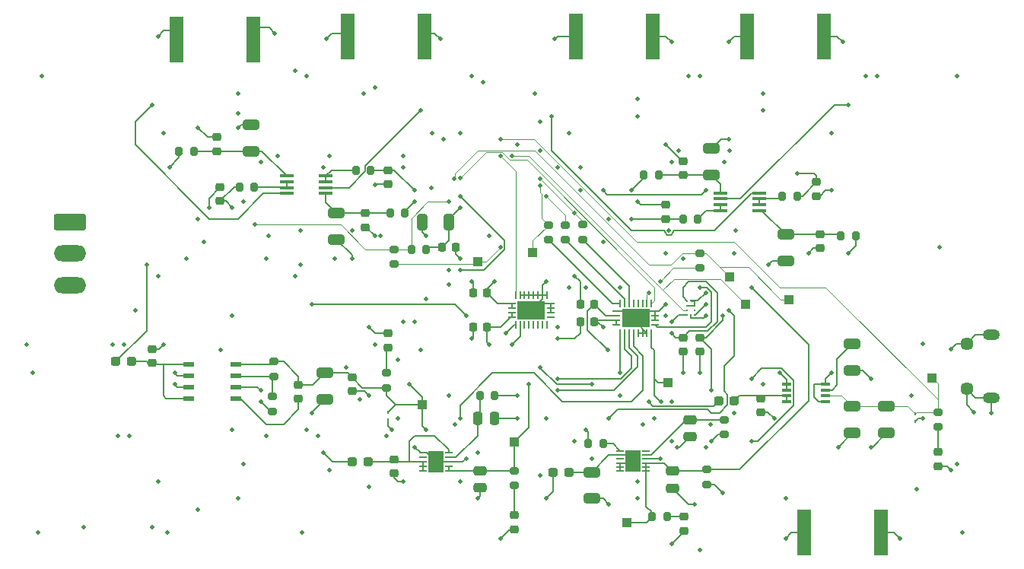
<source format=gbr>
%TF.GenerationSoftware,KiCad,Pcbnew,9.0.3*%
%TF.CreationDate,2025-08-10T07:11:57-04:00*%
%TF.ProjectId,NanoPulse,4e616e6f-5075-46c7-9365-2e6b69636164,Rev 1*%
%TF.SameCoordinates,Original*%
%TF.FileFunction,Copper,L4,Bot*%
%TF.FilePolarity,Positive*%
%FSLAX46Y46*%
G04 Gerber Fmt 4.6, Leading zero omitted, Abs format (unit mm)*
G04 Created by KiCad (PCBNEW 9.0.3) date 2025-08-10 07:11:57*
%MOMM*%
%LPD*%
G01*
G04 APERTURE LIST*
G04 Aperture macros list*
%AMRoundRect*
0 Rectangle with rounded corners*
0 $1 Rounding radius*
0 $2 $3 $4 $5 $6 $7 $8 $9 X,Y pos of 4 corners*
0 Add a 4 corners polygon primitive as box body*
4,1,4,$2,$3,$4,$5,$6,$7,$8,$9,$2,$3,0*
0 Add four circle primitives for the rounded corners*
1,1,$1+$1,$2,$3*
1,1,$1+$1,$4,$5*
1,1,$1+$1,$6,$7*
1,1,$1+$1,$8,$9*
0 Add four rect primitives between the rounded corners*
20,1,$1+$1,$2,$3,$4,$5,0*
20,1,$1+$1,$4,$5,$6,$7,0*
20,1,$1+$1,$6,$7,$8,$9,0*
20,1,$1+$1,$8,$9,$2,$3,0*%
G04 Aperture macros list end*
%TA.AperFunction,SMDPad,CuDef*%
%ADD10R,1.000000X1.000000*%
%TD*%
%TA.AperFunction,SMDPad,CuDef*%
%ADD11RoundRect,0.200000X0.200000X0.275000X-0.200000X0.275000X-0.200000X-0.275000X0.200000X-0.275000X0*%
%TD*%
%TA.AperFunction,SMDPad,CuDef*%
%ADD12RoundRect,0.200000X-0.200000X-0.275000X0.200000X-0.275000X0.200000X0.275000X-0.200000X0.275000X0*%
%TD*%
%TA.AperFunction,SMDPad,CuDef*%
%ADD13RoundRect,0.200000X0.275000X-0.200000X0.275000X0.200000X-0.275000X0.200000X-0.275000X-0.200000X0*%
%TD*%
%TA.AperFunction,SMDPad,CuDef*%
%ADD14RoundRect,0.237500X0.287500X0.237500X-0.287500X0.237500X-0.287500X-0.237500X0.287500X-0.237500X0*%
%TD*%
%TA.AperFunction,SMDPad,CuDef*%
%ADD15R,1.500000X5.080000*%
%TD*%
%TA.AperFunction,SMDPad,CuDef*%
%ADD16RoundRect,0.200000X-0.275000X0.200000X-0.275000X-0.200000X0.275000X-0.200000X0.275000X0.200000X0*%
%TD*%
%TA.AperFunction,SMDPad,CuDef*%
%ADD17R,3.098800X2.108200*%
%TD*%
%TA.AperFunction,SMDPad,CuDef*%
%ADD18R,0.812800X0.254000*%
%TD*%
%TA.AperFunction,SMDPad,CuDef*%
%ADD19R,0.254000X0.812800*%
%TD*%
%TA.AperFunction,ComponentPad*%
%ADD20RoundRect,0.250000X-1.550000X0.650000X-1.550000X-0.650000X1.550000X-0.650000X1.550000X0.650000X0*%
%TD*%
%TA.AperFunction,ComponentPad*%
%ADD21O,3.600000X1.800000*%
%TD*%
%TA.AperFunction,HeatsinkPad*%
%ADD22O,1.900000X1.200000*%
%TD*%
%TA.AperFunction,HeatsinkPad*%
%ADD23C,1.450000*%
%TD*%
%TA.AperFunction,SMDPad,CuDef*%
%ADD24R,1.092200X0.381000*%
%TD*%
%TA.AperFunction,SMDPad,CuDef*%
%ADD25RoundRect,0.250000X0.475000X-0.250000X0.475000X0.250000X-0.475000X0.250000X-0.475000X-0.250000X0*%
%TD*%
%TA.AperFunction,SMDPad,CuDef*%
%ADD26RoundRect,0.225000X0.225000X0.250000X-0.225000X0.250000X-0.225000X-0.250000X0.225000X-0.250000X0*%
%TD*%
%TA.AperFunction,SMDPad,CuDef*%
%ADD27RoundRect,0.225000X0.250000X-0.225000X0.250000X0.225000X-0.250000X0.225000X-0.250000X-0.225000X0*%
%TD*%
%TA.AperFunction,SMDPad,CuDef*%
%ADD28RoundRect,0.250000X-0.650000X0.325000X-0.650000X-0.325000X0.650000X-0.325000X0.650000X0.325000X0*%
%TD*%
%TA.AperFunction,SMDPad,CuDef*%
%ADD29RoundRect,0.225000X-0.250000X0.225000X-0.250000X-0.225000X0.250000X-0.225000X0.250000X0.225000X0*%
%TD*%
%TA.AperFunction,SMDPad,CuDef*%
%ADD30RoundRect,0.250000X-0.475000X0.250000X-0.475000X-0.250000X0.475000X-0.250000X0.475000X0.250000X0*%
%TD*%
%TA.AperFunction,SMDPad,CuDef*%
%ADD31RoundRect,0.250000X0.650000X-0.325000X0.650000X0.325000X-0.650000X0.325000X-0.650000X-0.325000X0*%
%TD*%
%TA.AperFunction,SMDPad,CuDef*%
%ADD32R,1.524000X0.431800*%
%TD*%
%TA.AperFunction,SMDPad,CuDef*%
%ADD33RoundRect,0.250000X0.250000X0.475000X-0.250000X0.475000X-0.250000X-0.475000X0.250000X-0.475000X0*%
%TD*%
%TA.AperFunction,SMDPad,CuDef*%
%ADD34RoundRect,0.062500X0.062500X-0.117500X0.062500X0.117500X-0.062500X0.117500X-0.062500X-0.117500X0*%
%TD*%
%TA.AperFunction,SMDPad,CuDef*%
%ADD35R,1.257300X0.482600*%
%TD*%
%TA.AperFunction,SMDPad,CuDef*%
%ADD36RoundRect,0.225000X-0.225000X-0.250000X0.225000X-0.250000X0.225000X0.250000X-0.225000X0.250000X0*%
%TD*%
%TA.AperFunction,SMDPad,CuDef*%
%ADD37R,0.812800X0.228600*%
%TD*%
%TA.AperFunction,SMDPad,CuDef*%
%ADD38R,1.752600X2.489200*%
%TD*%
%TA.AperFunction,SMDPad,CuDef*%
%ADD39RoundRect,0.218750X0.256250X-0.218750X0.256250X0.218750X-0.256250X0.218750X-0.256250X-0.218750X0*%
%TD*%
%TA.AperFunction,SMDPad,CuDef*%
%ADD40RoundRect,0.218750X-0.256250X0.218750X-0.256250X-0.218750X0.256250X-0.218750X0.256250X0.218750X0*%
%TD*%
%TA.AperFunction,SMDPad,CuDef*%
%ADD41RoundRect,0.250000X0.325000X0.650000X-0.325000X0.650000X-0.325000X-0.650000X0.325000X-0.650000X0*%
%TD*%
%TA.AperFunction,SMDPad,CuDef*%
%ADD42R,0.254000X0.203200*%
%TD*%
%TA.AperFunction,SMDPad,CuDef*%
%ADD43R,0.203200X0.254000*%
%TD*%
%TA.AperFunction,ViaPad*%
%ADD44C,0.500000*%
%TD*%
%TA.AperFunction,Conductor*%
%ADD45C,0.090000*%
%TD*%
%TA.AperFunction,Conductor*%
%ADD46C,0.200000*%
%TD*%
G04 APERTURE END LIST*
D10*
%TO.P,TP21,1,1*%
%TO.N,CNV_3.3*%
X158338759Y-99470045D03*
%TD*%
%TO.P,TP22,1,1*%
%TO.N,CNV*%
X171814564Y-90255463D03*
%TD*%
D11*
%TO.P,R77,1*%
%TO.N,Net-(U12A--VS)*%
X157325000Y-76405000D03*
%TO.P,R77,2*%
%TO.N,-5.4V*%
X155675000Y-76405000D03*
%TD*%
D12*
%TO.P,R76,1*%
%TO.N,Net-(U11A--VS)*%
X127461550Y-80660001D03*
%TO.P,R76,2*%
%TO.N,-5.4V*%
X129111550Y-80660001D03*
%TD*%
%TO.P,R75,1*%
%TO.N,Net-(U12A-+VS)*%
X177610000Y-83185000D03*
%TO.P,R75,2*%
%TO.N,+5.4V*%
X179260000Y-83185000D03*
%TD*%
D11*
%TO.P,R74,1*%
%TO.N,Net-(U11A-+VS)*%
X105616550Y-73730001D03*
%TO.P,R74,2*%
%TO.N,+5.4V*%
X103966550Y-73730001D03*
%TD*%
D13*
%TO.P,R73,1*%
%TO.N,Net-(U15-A6)*%
X161925000Y-86762112D03*
%TO.P,R73,2*%
%TO.N,CNV*%
X161925000Y-85112112D03*
%TD*%
D14*
%TO.P,FB2,2*%
%TO.N,+6V*%
X96915000Y-97155000D03*
%TO.P,FB2,1*%
%TO.N,Net-(U2-\u002ASHDN)*%
X98665000Y-97155000D03*
%TD*%
D15*
%TO.P,J5,2,Ext*%
%TO.N,GND*%
X173550000Y-116205000D03*
X182050000Y-116205000D03*
%TD*%
D11*
%TO.P,R38,2*%
%TO.N,Net-(U11A--IN1)*%
X123651550Y-75860001D03*
%TO.P,R38,1*%
%TO.N,/ADC Driver Stage - Final Buffer CH A/Filtered_IN+*%
X125301550Y-75860001D03*
%TD*%
D12*
%TO.P,R42,2*%
%TO.N,Net-(U12A--IN1)*%
X161670000Y-81280000D03*
%TO.P,R42,1*%
%TO.N,/ADC Driver Stage - Final Buffer CH B/Filtered_IN+*%
X160020000Y-81280000D03*
%TD*%
D16*
%TO.P,R68,2*%
%TO.N,Net-(U15-A0)*%
X145060000Y-83593177D03*
%TO.P,R68,1*%
%TO.N,MOSI*%
X145060000Y-81943177D03*
%TD*%
%TO.P,R69,2*%
%TO.N,Net-(U15-A1)*%
X146965000Y-83593177D03*
%TO.P,R69,1*%
%TO.N,{slash}CS*%
X146965000Y-81943177D03*
%TD*%
%TO.P,R70,2*%
%TO.N,Net-(U15-A2)*%
X148870000Y-83590000D03*
%TO.P,R70,1*%
%TO.N,SCK*%
X148870000Y-81940000D03*
%TD*%
D17*
%TO.P,U15,25,EPAD*%
%TO.N,GND*%
X154790000Y-92335000D03*
D18*
%TO.P,U15,24,VCCB*%
%TO.N,+3.3V*%
X152643700Y-92585000D03*
%TO.P,U15,23,VCCB*%
X152643700Y-93085001D03*
D19*
%TO.P,U15,22,\u002AOE*%
%TO.N,GND*%
X153040001Y-93986000D03*
%TO.P,U15,21,B0*%
%TO.N,MOSI_MCU*%
X153540000Y-93986000D03*
%TO.P,U15,20,B1*%
%TO.N,{slash}CS_MCU*%
X154039999Y-93986000D03*
%TO.P,U15,19,B2*%
%TO.N,SCK_MCU*%
X154540000Y-93986000D03*
%TO.P,U15,18,B3*%
%TO.N,GND*%
X155040000Y-93986000D03*
%TO.P,U15,17,B4*%
X155540001Y-93986000D03*
%TO.P,U15,16,B5*%
X156040000Y-93986000D03*
%TO.P,U15,15,B6*%
%TO.N,CNV_3.3*%
X156539999Y-93986000D03*
D18*
%TO.P,U15,14,B7*%
%TO.N,{slash}RESET_MCU*%
X156936300Y-93085001D03*
%TO.P,U15,13,GND*%
%TO.N,GND*%
X156936300Y-92585000D03*
%TO.P,U15,12,GND*%
X156936300Y-92085000D03*
%TO.P,U15,11,GND*%
X156936300Y-91584999D03*
D19*
%TO.P,U15,10,A7*%
%TO.N,{slash}RESET*%
X156539999Y-90684000D03*
%TO.P,U15,9,A6*%
%TO.N,Net-(U15-A6)*%
X156040000Y-90684000D03*
%TO.P,U15,8,A5*%
%TO.N,unconnected-(U15-A5-Pad8)*%
X155540001Y-90684000D03*
%TO.P,U15,7,A4*%
%TO.N,unconnected-(U15-A4-Pad7)*%
X155040000Y-90684000D03*
%TO.P,U15,6,A3*%
%TO.N,unconnected-(U15-A3-Pad6)*%
X154540000Y-90684000D03*
%TO.P,U15,5,A2*%
%TO.N,Net-(U15-A2)*%
X154039999Y-90684000D03*
%TO.P,U15,4,A1*%
%TO.N,Net-(U15-A1)*%
X153540000Y-90684000D03*
%TO.P,U15,3,A0*%
%TO.N,Net-(U15-A0)*%
X153040001Y-90684000D03*
D18*
%TO.P,U15,2,T/\u002AR*%
%TO.N,GND*%
X152643700Y-91584999D03*
%TO.P,U15,1,VCCA*%
%TO.N,+1.8V*%
X152643700Y-92085000D03*
%TD*%
D15*
%TO.P,J3,2,Ext*%
%TO.N,GND*%
X167200000Y-60960000D03*
X175700000Y-60960000D03*
%TD*%
%TO.P,J4,2,Ext*%
%TO.N,GND*%
X148150000Y-60960000D03*
X156650000Y-60960000D03*
%TD*%
%TO.P,J2,2,Ext*%
%TO.N,GND*%
X103700000Y-61312500D03*
X112200000Y-61312500D03*
%TD*%
D20*
%TO.P,J6,1,Pin_1*%
%TO.N,GND*%
X91832500Y-81645000D03*
D21*
%TO.P,J6,2,Pin_2*%
%TO.N,+6V*%
X91832500Y-85145000D03*
%TO.P,J6,3,Pin_3*%
%TO.N,-6V*%
X91832500Y-88645000D03*
%TD*%
D15*
%TO.P,J1,2,Ext*%
%TO.N,GND*%
X122750000Y-60960000D03*
X131250000Y-60960000D03*
%TD*%
D22*
%TO.P,J8,6,Shield*%
%TO.N,GND*%
X194310000Y-101210000D03*
D23*
X191610000Y-100210000D03*
X191610000Y-95210000D03*
D22*
X194310000Y-94210000D03*
%TD*%
D13*
%TO.P,R10,1*%
%TO.N,+3.3V*%
X127000000Y-100075000D03*
%TO.P,R10,2*%
%TO.N,Net-(D6-A)*%
X127000000Y-98425000D03*
%TD*%
D12*
%TO.P,R18,1*%
%TO.N,-5.4V*%
X156594167Y-114443009D03*
%TO.P,R18,2*%
%TO.N,Net-(D8-K)*%
X158244167Y-114443009D03*
%TD*%
D24*
%TO.P,U5,1,\u002ASHDN*%
%TO.N,Net-(U5-\u002ASHDN)*%
X171577000Y-101630000D03*
%TO.P,U5,2,VIN*%
X171577000Y-100980002D03*
%TO.P,U5,3,GND*%
%TO.N,GND*%
X171577000Y-100330000D03*
%TO.P,U5,4,GND*%
X171577000Y-99680002D03*
%TO.P,U5,5,GND*%
X175895000Y-99680002D03*
%TO.P,U5,6,VOUT_S*%
%TO.N,Net-(U5-VOUT_S)*%
X175895000Y-100330000D03*
%TO.P,U5,7,VOUT_F*%
%TO.N,REF_5V*%
X175895000Y-100980002D03*
%TO.P,U5,8,GND*%
%TO.N,GND*%
X175895000Y-101630000D03*
%TD*%
D16*
%TO.P,R14,1*%
%TO.N,Net-(U2-SENSE{slash}ADJ)*%
X114300000Y-101052432D03*
%TO.P,R14,2*%
%TO.N,GND*%
X114300000Y-102702432D03*
%TD*%
D25*
%TO.P,C23,1*%
%TO.N,GND*%
X137439400Y-111220002D03*
%TO.P,C23,2*%
%TO.N,+5V*%
X137439400Y-109320002D03*
%TD*%
D26*
%TO.P,C81,1*%
%TO.N,+1.8V*%
X138215000Y-89535000D03*
%TO.P,C81,2*%
%TO.N,GND*%
X136665000Y-89535000D03*
%TD*%
D27*
%TO.P,C57,1*%
%TO.N,/ADC Driver Stage - Final Buffer CH B/Filtered_IN+*%
X158115000Y-81280000D03*
%TO.P,C57,2*%
%TO.N,GND*%
X158115000Y-79730000D03*
%TD*%
D28*
%TO.P,C4,1*%
%TO.N,+3.3V*%
X120201736Y-98425000D03*
%TO.P,C4,2*%
%TO.N,GND*%
X120201736Y-101375000D03*
%TD*%
D18*
%TO.P,U17,1,VCCA*%
%TO.N,+1.8V*%
X141008700Y-91190000D03*
%TO.P,U17,2,T/\u002AR*%
X141008700Y-90689999D03*
D19*
%TO.P,U17,3,A0*%
%TO.N,MISO0*%
X141405001Y-89789000D03*
%TO.P,U17,4,A1*%
%TO.N,GND*%
X141905000Y-89789000D03*
%TO.P,U17,5,A2*%
X142404999Y-89789000D03*
%TO.P,U17,6,A3*%
X142905000Y-89789000D03*
%TO.P,U17,7,A4*%
X143405000Y-89789000D03*
%TO.P,U17,8,A5*%
X143905001Y-89789000D03*
%TO.P,U17,9,A6*%
X144405000Y-89789000D03*
%TO.P,U17,10,A7*%
X144904999Y-89789000D03*
D18*
%TO.P,U17,11,GND*%
X145301300Y-90689999D03*
%TO.P,U17,12,GND*%
X145301300Y-91190000D03*
%TO.P,U17,13,GND*%
X145301300Y-91690000D03*
%TO.P,U17,14,B7*%
%TO.N,unconnected-(U17-B7-Pad14)*%
X145301300Y-92190001D03*
D19*
%TO.P,U17,15,B6*%
%TO.N,unconnected-(U17-B6-Pad15)*%
X144904999Y-93091000D03*
%TO.P,U17,16,B5*%
%TO.N,unconnected-(U17-B5-Pad16)*%
X144405000Y-93091000D03*
%TO.P,U17,17,B4*%
%TO.N,unconnected-(U17-B4-Pad17)*%
X143905001Y-93091000D03*
%TO.P,U17,18,B3*%
%TO.N,unconnected-(U17-B3-Pad18)*%
X143405000Y-93091000D03*
%TO.P,U17,19,B2*%
%TO.N,unconnected-(U17-B2-Pad19)*%
X142905000Y-93091000D03*
%TO.P,U17,20,B1*%
%TO.N,unconnected-(U17-B1-Pad20)*%
X142404999Y-93091000D03*
%TO.P,U17,21,B0*%
%TO.N,MISO0_MCU*%
X141905000Y-93091000D03*
%TO.P,U17,22,\u002AOE*%
%TO.N,GND*%
X141405001Y-93091000D03*
D18*
%TO.P,U17,23,VCCB*%
%TO.N,+3.3V*%
X141008700Y-92190001D03*
%TO.P,U17,24,VCCB*%
X141008700Y-91690000D03*
D17*
%TO.P,U17,25,EPAD*%
%TO.N,GND*%
X143155000Y-91440000D03*
%TD*%
D29*
%TO.P,C78,1*%
%TO.N,+1.8V*%
X160020000Y-94475000D03*
%TO.P,C78,2*%
%TO.N,GND*%
X160020000Y-96025000D03*
%TD*%
%TO.P,C3,1*%
%TO.N,+3.3V*%
X123190000Y-98920000D03*
%TO.P,C3,2*%
%TO.N,GND*%
X123190000Y-100470000D03*
%TD*%
D28*
%TO.P,C24,1*%
%TO.N,REF_5V*%
X182678100Y-102172601D03*
%TO.P,C24,2*%
%TO.N,GND*%
X182678100Y-105122601D03*
%TD*%
D27*
%TO.P,C44,1*%
%TO.N,Net-(U11A-+VS)*%
X108156550Y-73730001D03*
%TO.P,C44,2*%
%TO.N,GND*%
X108156550Y-72180001D03*
%TD*%
D16*
%TO.P,R17,1*%
%TO.N,-5.4V*%
X162689167Y-109173009D03*
%TO.P,R17,2*%
%TO.N,GND*%
X162689167Y-110823009D03*
%TD*%
D30*
%TO.P,C12,1*%
%TO.N,Net-(U3-SET)*%
X160784167Y-103653009D03*
%TO.P,C12,2*%
%TO.N,GND*%
X160784167Y-105553009D03*
%TD*%
D31*
%TO.P,C47,1*%
%TO.N,Net-(U11A-+VS)*%
X111966550Y-73730001D03*
%TO.P,C47,2*%
%TO.N,GND*%
X111966550Y-70780001D03*
%TD*%
D32*
%TO.P,U12,1,OUT1*%
%TO.N,Net-(U12A--IN1)*%
X164198300Y-80349999D03*
%TO.P,U12,2,-IN1*%
X164198300Y-79700001D03*
%TO.P,U12,3,+IN1*%
%TO.N,Net-(U12A-+IN1)*%
X164198300Y-79049999D03*
%TO.P,U12,4,-VS*%
%TO.N,Net-(U12A--VS)*%
X164198300Y-78400001D03*
%TO.P,U12,5,+IN2*%
%TO.N,Net-(U12B-+IN2)*%
X168541700Y-78400001D03*
%TO.P,U12,6,-IN2*%
%TO.N,Net-(U12B--IN2)*%
X168541700Y-79049999D03*
%TO.P,U12,7,OUT2*%
X168541700Y-79700001D03*
%TO.P,U12,8,+VS*%
%TO.N,Net-(U12A-+VS)*%
X168541700Y-80349999D03*
%TD*%
D28*
%TO.P,C20,1*%
%TO.N,Net-(U5-VOUT_S)*%
X178868100Y-95187601D03*
%TO.P,C20,2*%
%TO.N,GND*%
X178868100Y-98137601D03*
%TD*%
D29*
%TO.P,C6,1*%
%TO.N,+3.3V*%
X117216736Y-99772568D03*
%TO.P,C6,2*%
%TO.N,Net-(U2-BYP)*%
X117216736Y-101322568D03*
%TD*%
D26*
%TO.P,C80,1*%
%TO.N,+3.3V*%
X150140000Y-92710000D03*
%TO.P,C80,2*%
%TO.N,GND*%
X148590000Y-92710000D03*
%TD*%
D16*
%TO.P,R16,1*%
%TO.N,Net-(U3-SET)*%
X164594167Y-103648009D03*
%TO.P,R16,2*%
%TO.N,GND*%
X164594167Y-105298009D03*
%TD*%
D26*
%TO.P,C77,1*%
%TO.N,+1.8V*%
X150140000Y-90805000D03*
%TO.P,C77,2*%
%TO.N,GND*%
X148590000Y-90805000D03*
%TD*%
D33*
%TO.P,C22,1*%
%TO.N,GND*%
X139065000Y-103505000D03*
%TO.P,C22,2*%
%TO.N,Net-(U6-SET)*%
X137165000Y-103505000D03*
%TD*%
D14*
%TO.P,FB5,1*%
%TO.N,Net-(U6-EN{slash}UV)*%
X124979400Y-108325002D03*
%TO.P,FB5,2*%
%TO.N,+6V*%
X123229400Y-108325002D03*
%TD*%
D29*
%TO.P,C52,1*%
%TO.N,Net-(U12A-+VS)*%
X175260001Y-82980000D03*
%TO.P,C52,2*%
%TO.N,GND*%
X175260001Y-84530000D03*
%TD*%
D34*
%TO.P,D7,1,A1*%
%TO.N,+3.3V*%
X127186736Y-102807568D03*
%TO.P,D7,2,A2*%
%TO.N,GND*%
X127186736Y-103647568D03*
%TD*%
D35*
%TO.P,U2,1,OUT*%
%TO.N,+3.3V*%
X110265286Y-97447868D03*
%TO.P,U2,2,SENSE/ADJ*%
%TO.N,Net-(U2-SENSE{slash}ADJ)*%
X110265286Y-98717868D03*
%TO.P,U2,3,GND*%
%TO.N,GND*%
X110265286Y-99987868D03*
%TO.P,U2,4,BYP*%
%TO.N,Net-(U2-BYP)*%
X110265286Y-101257868D03*
%TO.P,U2,5,\u002ASHDN*%
%TO.N,Net-(U2-\u002ASHDN)*%
X105020186Y-101257868D03*
%TO.P,U2,6,GND*%
%TO.N,GND*%
X105020186Y-99987868D03*
%TO.P,U2,7,GND*%
X105020186Y-98717868D03*
%TO.P,U2,8,IN*%
%TO.N,Net-(U2-\u002ASHDN)*%
X105020186Y-97447868D03*
%TD*%
D11*
%TO.P,R15,1*%
%TO.N,Net-(U3-ILIM)*%
X151154169Y-106293007D03*
%TO.P,R15,2*%
%TO.N,GND*%
X149504169Y-106293007D03*
%TD*%
D36*
%TO.P,C42,1*%
%TO.N,Net-(U10B-REFIN)*%
X133210000Y-84455000D03*
%TO.P,C42,2*%
%TO.N,GND*%
X134760000Y-84455000D03*
%TD*%
D37*
%TO.P,U3,1,IN*%
%TO.N,Net-(U3-EN{slash}UV)*%
X153059169Y-109363009D03*
%TO.P,U3,2,IN*%
X153059169Y-108913007D03*
%TO.P,U3,3,EN/UV*%
X153059169Y-108463008D03*
%TO.P,U3,4,PG*%
%TO.N,unconnected-(U3-PG-Pad4)*%
X153059169Y-108013006D03*
%TO.P,U3,5,PGFB*%
%TO.N,Net-(U3-EN{slash}UV)*%
X153059169Y-107563007D03*
%TO.P,U3,6,ILIM*%
%TO.N,Net-(U3-ILIM)*%
X153059169Y-107113008D03*
%TO.P,U3,7,VIOC*%
%TO.N,unconnected-(U3-VIOC-Pad7)*%
X155954769Y-107113005D03*
%TO.P,U3,8,SET*%
%TO.N,Net-(U3-SET)*%
X155954769Y-107563007D03*
%TO.P,U3,9,GND*%
%TO.N,GND*%
X155954769Y-108013006D03*
%TO.P,U3,10,OUTS*%
%TO.N,-5.4V*%
X155954769Y-108463008D03*
%TO.P,U3,11,OUT*%
X155954769Y-108913007D03*
%TO.P,U3,12,OUT*%
X155954769Y-109363006D03*
D38*
%TO.P,U3,13,IN*%
%TO.N,Net-(U3-EN{slash}UV)*%
X154506969Y-108238007D03*
%TD*%
D29*
%TO.P,C46,1*%
%TO.N,Net-(U11A--VS)*%
X124666550Y-80660001D03*
%TO.P,C46,2*%
%TO.N,GND*%
X124666550Y-82210001D03*
%TD*%
D28*
%TO.P,C55,1*%
%TO.N,Net-(U12A-+VS)*%
X171450000Y-82980000D03*
%TO.P,C55,2*%
%TO.N,GND*%
X171450000Y-85930000D03*
%TD*%
D16*
%TO.P,R22,1*%
%TO.N,REF_5V*%
X188393100Y-102807601D03*
%TO.P,R22,2*%
%TO.N,Net-(D12-A)*%
X188393100Y-104457601D03*
%TD*%
D39*
%TO.P,D11,1,K*%
%TO.N,GND*%
X141249400Y-115817502D03*
%TO.P,D11,2,A*%
%TO.N,Net-(D11-A)*%
X141249400Y-114242502D03*
%TD*%
D40*
%TO.P,D8,1,K*%
%TO.N,Net-(D8-K)*%
X160149167Y-114443009D03*
%TO.P,D8,2,A*%
%TO.N,GND*%
X160149167Y-116018009D03*
%TD*%
D16*
%TO.P,R35,1*%
%TO.N,REF_5V*%
X127887004Y-84662257D03*
%TO.P,R35,2*%
%TO.N,REF*%
X127887004Y-86312257D03*
%TD*%
D10*
%TO.P,TP6,1,1*%
%TO.N,REF_5V*%
X187758100Y-98997601D03*
%TD*%
D16*
%TO.P,R21,1*%
%TO.N,+5V*%
X141249400Y-109315002D03*
%TO.P,R21,2*%
%TO.N,Net-(D11-A)*%
X141249400Y-110965002D03*
%TD*%
D18*
%TO.P,U6,1,IN*%
%TO.N,Net-(U6-EN{slash}UV)*%
X131089400Y-109315002D03*
%TO.P,U6,2,IN*%
X131089400Y-108815000D03*
%TO.P,U6,3,EN/UV*%
X131089400Y-108315001D03*
%TO.P,U6,4,PG*%
%TO.N,unconnected-(U6-PG-Pad4)*%
X131089400Y-107815002D03*
%TO.P,U6,5,ILIM*%
%TO.N,GND*%
X131089400Y-107315000D03*
%TO.P,U6,6,PGFB*%
%TO.N,Net-(U6-EN{slash}UV)*%
X133985000Y-107315000D03*
%TO.P,U6,7,SET*%
%TO.N,Net-(U6-SET)*%
X133985000Y-107815002D03*
%TO.P,U6,8,GND*%
%TO.N,GND*%
X133985000Y-108315001D03*
%TO.P,U6,9,OUTS*%
%TO.N,+5V*%
X133985000Y-108815000D03*
%TO.P,U6,10,OUT*%
X133985000Y-109315002D03*
D38*
%TO.P,U6,11,GND*%
%TO.N,GND*%
X132537200Y-108315001D03*
%TD*%
D34*
%TO.P,D10,1,A1*%
%TO.N,REF_5V*%
X185853100Y-103022601D03*
%TO.P,D10,2,A2*%
%TO.N,GND*%
X185853100Y-103862601D03*
%TD*%
D16*
%TO.P,R13,1*%
%TO.N,+3.3V*%
X114486736Y-97155000D03*
%TO.P,R13,2*%
%TO.N,Net-(U2-SENSE{slash}ADJ)*%
X114486736Y-98805000D03*
%TD*%
D32*
%TO.P,U11,1,OUT1*%
%TO.N,Net-(U11A--IN1)*%
X120281700Y-76495001D03*
%TO.P,U11,2,-IN1*%
X120281700Y-77144999D03*
%TO.P,U11,3,+IN1*%
%TO.N,Net-(U11A-+IN1)*%
X120281700Y-77795001D03*
%TO.P,U11,4,-VS*%
%TO.N,Net-(U11A--VS)*%
X120281700Y-78444999D03*
%TO.P,U11,5,+IN2*%
%TO.N,Net-(U11B-+IN2)*%
X115938300Y-78444999D03*
%TO.P,U11,6,-IN2*%
%TO.N,Net-(U11B--IN2)*%
X115938300Y-77795001D03*
%TO.P,U11,7,OUT2*%
X115938300Y-77144999D03*
%TO.P,U11,8,+VS*%
%TO.N,Net-(U11A-+VS)*%
X115938300Y-76495001D03*
%TD*%
D30*
%TO.P,C15,1*%
%TO.N,-5.4V*%
X158879167Y-109368009D03*
%TO.P,C15,2*%
%TO.N,GND*%
X158879167Y-111268009D03*
%TD*%
D27*
%TO.P,C54,1*%
%TO.N,Net-(U12A--VS)*%
X160020000Y-76405000D03*
%TO.P,C54,2*%
%TO.N,GND*%
X160020000Y-74855000D03*
%TD*%
D28*
%TO.P,C9,1*%
%TO.N,Net-(U3-EN{slash}UV)*%
X149884169Y-109468007D03*
%TO.P,C9,2*%
%TO.N,GND*%
X149884169Y-112418007D03*
%TD*%
D10*
%TO.P,TP2,1,1*%
%TO.N,+3.3V*%
X130996736Y-101957568D03*
%TD*%
D41*
%TO.P,C41,1*%
%TO.N,Net-(U10B-REFIN)*%
X133968418Y-81605083D03*
%TO.P,C41,2*%
%TO.N,GND*%
X131018418Y-81605083D03*
%TD*%
D11*
%TO.P,R34,1*%
%TO.N,Net-(U10B-REFIN)*%
X131470954Y-84700588D03*
%TO.P,R34,2*%
%TO.N,REF_5V*%
X129820954Y-84700588D03*
%TD*%
D28*
%TO.P,C48,1*%
%TO.N,Net-(U11A--VS)*%
X121491550Y-80660001D03*
%TO.P,C48,2*%
%TO.N,GND*%
X121491550Y-83610001D03*
%TD*%
D29*
%TO.P,C18,1*%
%TO.N,Net-(U6-EN{slash}UV)*%
X127914400Y-108045002D03*
%TO.P,C18,2*%
%TO.N,GND*%
X127914400Y-109595002D03*
%TD*%
D11*
%TO.P,R20,1*%
%TO.N,GND*%
X139070000Y-100965000D03*
%TO.P,R20,2*%
%TO.N,Net-(U6-SET)*%
X137420000Y-100965000D03*
%TD*%
D14*
%TO.P,FB6,1*%
%TO.N,Net-(U5-\u002ASHDN)*%
X165773100Y-101537601D03*
%TO.P,FB6,2*%
%TO.N,+6V*%
X164023100Y-101537601D03*
%TD*%
D10*
%TO.P,TP12,1,1*%
%TO.N,BUSY*%
X167005000Y-90805000D03*
%TD*%
D27*
%TO.P,C50,1*%
%TO.N,/ADC Driver Stage - Final Buffer CH A/Filtered_IN-*%
X108536550Y-79315001D03*
%TO.P,C50,2*%
%TO.N,GND*%
X108536550Y-77765001D03*
%TD*%
D10*
%TO.P,TP14,1,1*%
%TO.N,CNV*%
X165262348Y-87757394D03*
%TD*%
D29*
%TO.P,C79,1*%
%TO.N,+3.3V*%
X161925000Y-94475000D03*
%TO.P,C79,2*%
%TO.N,GND*%
X161925000Y-96025000D03*
%TD*%
D10*
%TO.P,TP13,1,1*%
%TO.N,MOSI*%
X143331991Y-84999042D03*
%TD*%
%TO.P,TP5,1,1*%
%TO.N,+5V*%
X141249400Y-106140002D03*
%TD*%
D27*
%TO.P,C8,1*%
%TO.N,Net-(U2-\u002ASHDN)*%
X100965000Y-97295000D03*
%TO.P,C8,2*%
%TO.N,GND*%
X100965000Y-95745000D03*
%TD*%
D31*
%TO.P,C56,1*%
%TO.N,Net-(U12A--VS)*%
X163195000Y-76405000D03*
%TO.P,C56,2*%
%TO.N,GND*%
X163195000Y-73455000D03*
%TD*%
D28*
%TO.P,C21,1*%
%TO.N,REF_5V*%
X178868100Y-102172601D03*
%TO.P,C21,2*%
%TO.N,GND*%
X178868100Y-105122601D03*
%TD*%
D10*
%TO.P,TP3,1,1*%
%TO.N,-5.4V*%
X153799167Y-115078009D03*
%TD*%
%TO.P,TP16,1,1*%
%TO.N,REF*%
X137178868Y-86045770D03*
%TD*%
D40*
%TO.P,D6,1,K*%
%TO.N,GND*%
X127186736Y-94032568D03*
%TO.P,D6,2,A*%
%TO.N,Net-(D6-A)*%
X127186736Y-95607568D03*
%TD*%
D14*
%TO.P,FB4,1*%
%TO.N,Net-(U3-EN{slash}UV)*%
X147344169Y-109468007D03*
%TO.P,FB4,2*%
%TO.N,-6V*%
X145594169Y-109468007D03*
%TD*%
D29*
%TO.P,C58,1*%
%TO.N,/ADC Driver Stage - Final Buffer CH B/Filtered_IN-*%
X174880000Y-77190000D03*
%TO.P,C58,2*%
%TO.N,GND*%
X174880000Y-78740000D03*
%TD*%
D42*
%TO.P,U16,1,VCCA*%
%TO.N,+1.8V*%
X160525602Y-91940001D03*
%TO.P,U16,2,A0*%
%TO.N,BUSY*%
X160525602Y-91440000D03*
%TO.P,U16,3,A1*%
%TO.N,GND*%
X160525602Y-90940000D03*
%TO.P,U16,4,T/\u002AR*%
%TO.N,+1.8V*%
X160525602Y-90439999D03*
D43*
%TO.P,U16,5,GND*%
%TO.N,GND*%
X160907801Y-90382801D03*
D42*
%TO.P,U16,6,GND*%
X161290000Y-90439999D03*
%TO.P,U16,7,\u002AOE*%
X161290000Y-90940000D03*
%TO.P,U16,8,B1*%
%TO.N,unconnected-(U16-B1-Pad8)*%
X161290000Y-91440000D03*
%TO.P,U16,9,B0*%
%TO.N,BUSY_MCU*%
X161290000Y-91940001D03*
D43*
%TO.P,U16,10,VCCB*%
%TO.N,+3.3V*%
X160907801Y-91997199D03*
%TD*%
D39*
%TO.P,D12,1,K*%
%TO.N,GND*%
X188393100Y-108827601D03*
%TO.P,D12,2,A*%
%TO.N,Net-(D12-A)*%
X188393100Y-107252601D03*
%TD*%
D29*
%TO.P,C49,1*%
%TO.N,/ADC Driver Stage - Final Buffer CH A/Filtered_IN+*%
X127206550Y-75860001D03*
%TO.P,C49,2*%
%TO.N,GND*%
X127206550Y-77410001D03*
%TD*%
%TO.P,C19,1*%
%TO.N,Net-(U5-\u002ASHDN)*%
X168708100Y-101257601D03*
%TO.P,C19,2*%
%TO.N,GND*%
X168708100Y-102807601D03*
%TD*%
D26*
%TO.P,C82,1*%
%TO.N,+3.3V*%
X138215000Y-93345000D03*
%TO.P,C82,2*%
%TO.N,GND*%
X136665000Y-93345000D03*
%TD*%
D11*
%TO.P,R43,1*%
%TO.N,/ADC Driver Stage - Final Buffer CH B/Filtered_IN-*%
X172720000Y-78740000D03*
%TO.P,R43,2*%
%TO.N,Net-(U12B--IN2)*%
X171070000Y-78740000D03*
%TD*%
D12*
%TO.P,R39,1*%
%TO.N,/ADC Driver Stage - Final Buffer CH A/Filtered_IN-*%
X110696550Y-77765001D03*
%TO.P,R39,2*%
%TO.N,Net-(U11B--IN2)*%
X112346550Y-77765001D03*
%TD*%
D44*
%TO.N,+5.4V*%
X178435000Y-85090000D03*
X151130000Y-83820000D03*
X93345000Y-115570000D03*
X102870000Y-75565000D03*
X106680000Y-83820000D03*
%TO.N,GND*%
X148590000Y-75565000D03*
X96520000Y-95250000D03*
X146050000Y-93345000D03*
X120332500Y-61277500D03*
X97790000Y-95250000D03*
X189897500Y-95805000D03*
X110532519Y-69560945D03*
X158750000Y-101600000D03*
X151765000Y-81280000D03*
X127000000Y-105410000D03*
X176530000Y-98425000D03*
X146050000Y-75565000D03*
X136525000Y-65405000D03*
X154940000Y-69850000D03*
X168910000Y-99695000D03*
X133985000Y-100965000D03*
X158115000Y-85090000D03*
X146050000Y-94615000D03*
X99060000Y-91440000D03*
X168910000Y-67310000D03*
X144780000Y-88265000D03*
X125730000Y-83185000D03*
X130175000Y-106680000D03*
X177310701Y-106680000D03*
X124460000Y-67310000D03*
X138430000Y-83185000D03*
X149225000Y-104775000D03*
X144145000Y-109855000D03*
X158750000Y-117475000D03*
X140335000Y-93980000D03*
X176530000Y-78105000D03*
X137795000Y-66040000D03*
X109855000Y-104775000D03*
X107315000Y-80010000D03*
X190500000Y-108585000D03*
X161925000Y-65405000D03*
X118110000Y-65405000D03*
X154940000Y-79375000D03*
X113665000Y-105410000D03*
X186055000Y-111355000D03*
X154940000Y-112395000D03*
X98425000Y-105410000D03*
X161925000Y-98425000D03*
X139700000Y-116840000D03*
X168910000Y-69215000D03*
X188595000Y-84455000D03*
X126365000Y-83185000D03*
X131445000Y-83185000D03*
X171450000Y-112395000D03*
X153035000Y-88900000D03*
X186690000Y-95202500D03*
X117663424Y-116205000D03*
X153040001Y-98419999D03*
X144145000Y-70485000D03*
X111125000Y-108585000D03*
X118745000Y-102870000D03*
X181610000Y-65405000D03*
X176530000Y-71755000D03*
X158750000Y-61595000D03*
X141605000Y-100965000D03*
X163114885Y-104148008D03*
X144145000Y-73660000D03*
X159385000Y-106680000D03*
X127635000Y-104775000D03*
X147320000Y-71755000D03*
X125095000Y-93345000D03*
X125730000Y-95250000D03*
X149860000Y-107950000D03*
X108585000Y-95885000D03*
X186690000Y-103505000D03*
X132080000Y-71755000D03*
X133985000Y-88557479D03*
X120899570Y-101369241D03*
X162560000Y-106680000D03*
X113030000Y-101600000D03*
X136525000Y-88265000D03*
X194310000Y-102870000D03*
X88710000Y-65405000D03*
X123190000Y-85725000D03*
X101600000Y-60960000D03*
X128905000Y-110490000D03*
X189865000Y-109220000D03*
X121285000Y-85725000D03*
X110490000Y-67310000D03*
X165100000Y-61595000D03*
X111125000Y-79375000D03*
X102682655Y-116205000D03*
X134620000Y-104140000D03*
X161925000Y-118110000D03*
X180340000Y-65405000D03*
X113665000Y-85725000D03*
X157480000Y-107950000D03*
X171450000Y-116840000D03*
X113030000Y-74930000D03*
X125730000Y-77470000D03*
X137160000Y-112395000D03*
X101600000Y-110490000D03*
X110490000Y-112395000D03*
X158115000Y-73025000D03*
X163195000Y-106045000D03*
X135890000Y-107950000D03*
X190500000Y-65405000D03*
X103505000Y-99695000D03*
X158750000Y-106045000D03*
X114617500Y-60642500D03*
X145732500Y-61277500D03*
X191135000Y-116205000D03*
X180975000Y-99060000D03*
X160655000Y-65405000D03*
X88265000Y-116205000D03*
X125095000Y-111125000D03*
X130810000Y-95885000D03*
X97155000Y-105410000D03*
X133032500Y-61277500D03*
X125730000Y-66675000D03*
X158115000Y-92075000D03*
X185420000Y-100965000D03*
X177800000Y-61595000D03*
X133985000Y-86995000D03*
X165735000Y-85090000D03*
X109855000Y-92075000D03*
X128905000Y-92710000D03*
X102235000Y-71755000D03*
X125095000Y-100965000D03*
X161290000Y-113030000D03*
X143510000Y-67310000D03*
X103505000Y-98425000D03*
X144780000Y-103505000D03*
X162560000Y-89535000D03*
X132046353Y-77816074D03*
X116840000Y-64770000D03*
X135255000Y-85725000D03*
X116840000Y-87630000D03*
X192437500Y-102790000D03*
X165100000Y-72390000D03*
X169545000Y-86360000D03*
X158115000Y-90805000D03*
X184150000Y-116840000D03*
X160020000Y-98425000D03*
X154940000Y-67945000D03*
X87630000Y-98425000D03*
X173990000Y-85090000D03*
X106045000Y-71120000D03*
X147955000Y-87630000D03*
X124074570Y-101369241D03*
X135255000Y-110490000D03*
X149225000Y-88900000D03*
X164465000Y-111760000D03*
X113030000Y-100330000D03*
X170180000Y-103505000D03*
X133350000Y-72390000D03*
X128905000Y-75565000D03*
X147320000Y-88900000D03*
X141605000Y-103505000D03*
X170815000Y-98425000D03*
X151765000Y-113030000D03*
X136525000Y-94615000D03*
X100965000Y-115570000D03*
X128270000Y-103505000D03*
X110490000Y-71120000D03*
X180975000Y-106680000D03*
X102235000Y-95250000D03*
%TO.N,+3.3V*%
X130175000Y-92710000D03*
X163195000Y-100330000D03*
X147955000Y-106045000D03*
X137160000Y-107315000D03*
X128270000Y-96994000D03*
X165735000Y-102870000D03*
X162560000Y-92075000D03*
X120650000Y-109220000D03*
X156845000Y-103505000D03*
X164465000Y-92075000D03*
X154940000Y-110490000D03*
X131445000Y-90170000D03*
X129540000Y-99695000D03*
X122555000Y-97790000D03*
X119380000Y-105410000D03*
X138430000Y-95250000D03*
X118110000Y-104775000D03*
X131445000Y-104775000D03*
X151130000Y-93345000D03*
%TO.N,+6V*%
X101600000Y-87630000D03*
X104775000Y-85725000D03*
X100330000Y-86360000D03*
X156210000Y-101600000D03*
X120015000Y-107315000D03*
%TO.N,-6V*%
X144780000Y-112395000D03*
X86995000Y-95250000D03*
%TO.N,+1.8V*%
X139065000Y-88265000D03*
X151646612Y-95885000D03*
X128905000Y-74295000D03*
X135255000Y-71755000D03*
X148590000Y-78105000D03*
X158750000Y-93980000D03*
X106045000Y-113665000D03*
X158750000Y-92710000D03*
%TO.N,-5.4V*%
X160020000Y-85725000D03*
X130175000Y-79375000D03*
X117475000Y-82550000D03*
X167640000Y-88900000D03*
X117475000Y-86360000D03*
X154305000Y-78105000D03*
%TO.N,REF_5V*%
X106045000Y-81280000D03*
X112395000Y-81915000D03*
X133985000Y-79375000D03*
X139700000Y-72390000D03*
%TO.N,+5V*%
X135255000Y-86995000D03*
X142875000Y-99695000D03*
X135255000Y-78740000D03*
%TO.N,Net-(U11B-+IN2)*%
X100965000Y-68580000D03*
%TO.N,Net-(U11A-+IN1)*%
X130810000Y-69215000D03*
%TO.N,/ADC Driver Stage - Final Buffer CH A/Filtered_IN+*%
X130175000Y-78105000D03*
%TO.N,/ADC Driver Stage - Final Buffer CH A/Filtered_IN-*%
X109855000Y-80010000D03*
%TO.N,Net-(U12B-+IN2)*%
X145415000Y-69850000D03*
%TO.N,Net-(U12A-+IN1)*%
X178435000Y-68580000D03*
%TO.N,/ADC Driver Stage - Final Buffer CH B/Filtered_IN+*%
X154305000Y-81280000D03*
%TO.N,/ADC Driver Stage - Final Buffer CH B/Filtered_IN-*%
X162560000Y-78105000D03*
X172720000Y-76200000D03*
X151130000Y-78105000D03*
%TO.N,Net-(U13B-+VCLAMP)*%
X120015000Y-75565000D03*
X113905000Y-83185000D03*
X114935000Y-74295000D03*
%TO.N,Net-(U13B--VCLAMP)*%
X120650000Y-74295000D03*
X123190000Y-82550000D03*
%TO.N,Net-(U14A-VOCM)*%
X158750000Y-74930000D03*
X141605000Y-73025000D03*
%TO.N,Net-(U14B-+VCLAMP)*%
X164599999Y-74930000D03*
X158489999Y-82550000D03*
X159519999Y-73660000D03*
%TO.N,Net-(U14B--VCLAMP)*%
X165869999Y-82550000D03*
X165234999Y-73660000D03*
%TO.N,{slash}RESET_MCU*%
X161925000Y-88900000D03*
%TO.N,/MCU-FPGA/BOOT*%
X135890000Y-92075000D03*
X118745000Y-90805000D03*
%TO.N,{slash}RESET*%
X135255000Y-76740000D03*
%TO.N,REF*%
X139700000Y-84455000D03*
%TO.N,SCK*%
X144145000Y-76835000D03*
X147955000Y-80645000D03*
%TO.N,MOSI*%
X144145000Y-77540000D03*
%TO.N,{slash}CS*%
X144780000Y-78740000D03*
%TO.N,BUSY*%
X140970000Y-74295000D03*
%TO.N,Net-(U15-A6)*%
X157480000Y-88265000D03*
X156210000Y-89535000D03*
%TO.N,CNV*%
X134612151Y-76836174D03*
%TO.N,Trig_Detect*%
X144145000Y-97790000D03*
X167640000Y-106045000D03*
X149860000Y-99695000D03*
X167640000Y-99060000D03*
%TO.N,Manual_Trigger*%
X153035000Y-100965000D03*
X155575000Y-104140000D03*
%TO.N,{slash}CS_MCU*%
X146050000Y-100330000D03*
%TO.N,MOSI_MCU*%
X146050000Y-99060000D03*
%TO.N,SCK_MCU*%
X135255000Y-103505000D03*
%TO.N,BUSY_MCU*%
X162560000Y-90805000D03*
X165100000Y-91440000D03*
X151765000Y-103505000D03*
%TO.N,MISO0_MCU*%
X140970000Y-95250000D03*
%TO.N,MISO0*%
X139700000Y-74295000D03*
%TO.N,CNV_3.3*%
X157624627Y-101601001D03*
%TO.N,Net-(U10B-REFIN)*%
X135255000Y-80010000D03*
%TD*%
D45*
%TO.N,CNV*%
X162617066Y-85112112D02*
X165262348Y-87757394D01*
X161925000Y-85112112D02*
X162617066Y-85112112D01*
X134620000Y-76200000D02*
X134620000Y-76828325D01*
X134620000Y-76828325D02*
X134612151Y-76836174D01*
X143510000Y-73660000D02*
X137160000Y-73660000D01*
X156210000Y-86360000D02*
X143510000Y-73660000D01*
X158745740Y-86360000D02*
X156210000Y-86360000D01*
X159993628Y-85112112D02*
X158745740Y-86360000D01*
X137160000Y-73660000D02*
X134620000Y-76200000D01*
X161925000Y-85112112D02*
X159993628Y-85112112D01*
%TO.N,Net-(U15-A6)*%
X158982888Y-86762112D02*
X161925000Y-86762112D01*
X157480000Y-88265000D02*
X158982888Y-86762112D01*
%TO.N,CNV*%
X167305023Y-86660023D02*
X164164977Y-86660023D01*
X170900463Y-90255463D02*
X167305023Y-86660023D01*
X171814564Y-90255463D02*
X170900463Y-90255463D01*
D46*
%TO.N,CNV_3.3*%
X158338759Y-99470045D02*
X157255045Y-99470045D01*
X156845000Y-99060000D02*
X156845000Y-95885000D01*
X157255045Y-99470045D02*
X156845000Y-99060000D01*
D45*
%TO.N,CNV*%
X164164977Y-86660023D02*
X165262348Y-87757394D01*
%TO.N,REF_5V*%
X154935740Y-83820000D02*
X143505740Y-72390000D01*
X170815000Y-88900000D02*
X165735000Y-83820000D01*
X188393100Y-101398100D02*
X175895000Y-88900000D01*
X165735000Y-83820000D02*
X154935740Y-83820000D01*
X188393100Y-102807601D02*
X188393100Y-101398100D01*
X175895000Y-88900000D02*
X170815000Y-88900000D01*
X143505740Y-72390000D02*
X139700000Y-72390000D01*
D46*
%TO.N,Net-(U12B-+IN2)*%
X154305000Y-82550000D02*
X145415000Y-73660000D01*
X157988999Y-82550000D02*
X154305000Y-82550000D01*
X158282478Y-83051000D02*
X157988999Y-82757521D01*
X158990999Y-82757521D02*
X158697520Y-83051000D01*
X158697520Y-83051000D02*
X158282478Y-83051000D01*
X158990999Y-82550000D02*
X158990999Y-82757521D01*
X145415000Y-73660000D02*
X145415000Y-69850000D01*
X157988999Y-82757521D02*
X157988999Y-82550000D01*
X163561799Y-82550000D02*
X158990999Y-82550000D01*
X167711798Y-78400001D02*
X163561799Y-82550000D01*
X168541700Y-78400001D02*
X167711798Y-78400001D01*
%TO.N,+5.4V*%
X103966550Y-74468450D02*
X102870000Y-75565000D01*
X103966550Y-73730001D02*
X103966550Y-74468450D01*
%TO.N,Net-(U11A-+VS)*%
X108156550Y-73730001D02*
X105616550Y-73730001D01*
%TO.N,-5.4V*%
X129111550Y-80438450D02*
X130175000Y-79375000D01*
X129111550Y-80660001D02*
X129111550Y-80438450D01*
%TO.N,Net-(U11A--VS)*%
X121491550Y-80660001D02*
X124666550Y-80660001D01*
X124666550Y-80660001D02*
X127461550Y-80660001D01*
%TO.N,Net-(U12A-+VS)*%
X175260001Y-82980000D02*
X171450000Y-82980000D01*
%TO.N,+5.4V*%
X179260000Y-84265000D02*
X178435000Y-85090000D01*
X179260000Y-83185000D02*
X179260000Y-84265000D01*
%TO.N,Net-(U12A-+VS)*%
X177405000Y-82980000D02*
X177610000Y-83185000D01*
X175260001Y-82980000D02*
X177405000Y-82980000D01*
%TO.N,Net-(U12A--VS)*%
X163195000Y-76405000D02*
X160020000Y-76405000D01*
%TO.N,-5.4V*%
X155675000Y-76735000D02*
X154305000Y-78105000D01*
X155675000Y-76405000D02*
X155675000Y-76735000D01*
%TO.N,Net-(U12A--VS)*%
X157325000Y-76405000D02*
X160020000Y-76405000D01*
%TO.N,GND*%
X124755001Y-82210001D02*
X125730000Y-83185000D01*
X132397500Y-60642500D02*
X133032500Y-61277500D01*
X136665000Y-94475000D02*
X136525000Y-94615000D01*
X192610000Y-94210000D02*
X191610000Y-95210000D01*
X100965000Y-95745000D02*
X101740000Y-95745000D01*
X158879167Y-111268009D02*
X160641158Y-113030000D01*
X102235000Y-60325000D02*
X101600000Y-60960000D01*
X124666550Y-82210001D02*
X124755001Y-82210001D01*
X194310000Y-102870000D02*
X194310000Y-101210000D01*
X160020000Y-96025000D02*
X160020000Y-98425000D01*
X159657176Y-106680000D02*
X159385000Y-106680000D01*
X112687868Y-99987868D02*
X113030000Y-100330000D01*
X156650000Y-60960000D02*
X158115000Y-60960000D01*
X158115000Y-60960000D02*
X158750000Y-61595000D01*
X146050000Y-60960000D02*
X145732500Y-61277500D01*
X161290000Y-90439999D02*
X161290000Y-90940000D01*
X103700000Y-60325000D02*
X102235000Y-60325000D01*
X122432500Y-60642500D02*
X120967500Y-60642500D01*
X160149167Y-116075833D02*
X158750000Y-117475000D01*
X148590000Y-93980000D02*
X147955000Y-94615000D01*
X130810000Y-107315000D02*
X130175000Y-106680000D01*
X130932500Y-60642500D02*
X132397500Y-60642500D01*
X125789999Y-77410001D02*
X125730000Y-77470000D01*
X156936300Y-91584999D02*
X157335001Y-91584999D01*
X141224000Y-93091000D02*
X140335000Y-93980000D01*
X107315000Y-78986551D02*
X107315000Y-80010000D01*
X136665000Y-88405000D02*
X136525000Y-88265000D01*
X194310000Y-101210000D02*
X192610000Y-101210000D01*
X131089400Y-107315000D02*
X131537199Y-107315000D01*
X191610000Y-101962500D02*
X191610000Y-100210000D01*
X139070000Y-100965000D02*
X141605000Y-100965000D01*
X121491550Y-83610001D02*
X123190000Y-85308451D01*
X156017775Y-107950000D02*
X157480000Y-107950000D01*
X141249400Y-115817502D02*
X140722498Y-115817502D01*
X185853100Y-103862601D02*
X186210701Y-103505000D01*
X141405001Y-93091000D02*
X141224000Y-93091000D01*
X110829999Y-70780001D02*
X110490000Y-71120000D01*
X182050000Y-116205000D02*
X183515000Y-116205000D01*
X160784167Y-105553009D02*
X159657176Y-106680000D01*
X123190000Y-85308451D02*
X123190000Y-85725000D01*
X175895000Y-101630000D02*
X175148900Y-101630000D01*
X171577000Y-99680002D02*
X171577000Y-99187000D01*
X156936300Y-92585000D02*
X156936300Y-91584999D01*
X108156550Y-72180001D02*
X107105001Y-72180001D01*
X136665000Y-93345000D02*
X136665000Y-94475000D01*
X145301300Y-90689999D02*
X143905001Y-90689999D01*
X128905000Y-110490000D02*
X128270000Y-110490000D01*
X160149167Y-116018009D02*
X160149167Y-116075833D01*
X105020186Y-99987868D02*
X103797868Y-99987868D01*
X147955000Y-94615000D02*
X146050000Y-94615000D01*
X134760000Y-84455000D02*
X134760000Y-85230000D01*
X163528009Y-110823009D02*
X164465000Y-111760000D01*
X174625000Y-101106100D02*
X174625000Y-99695000D01*
X171450000Y-85930000D02*
X169975000Y-85930000D01*
X155540001Y-91584999D02*
X154790000Y-92335000D01*
X191610000Y-95210000D02*
X190492500Y-95210000D01*
X140722498Y-115817502D02*
X139700000Y-116840000D01*
X149884169Y-112418007D02*
X151153007Y-112418007D01*
X174550000Y-84530000D02*
X173990000Y-85090000D01*
X137439400Y-112115600D02*
X137160000Y-112395000D01*
X194310000Y-94210000D02*
X192610000Y-94210000D01*
X165735000Y-60960000D02*
X165100000Y-61595000D01*
X157335001Y-91584999D02*
X158115000Y-90805000D01*
X108536550Y-77765001D02*
X107315000Y-78986551D01*
X134760000Y-85230000D02*
X135255000Y-85725000D01*
X167200000Y-60960000D02*
X165735000Y-60960000D01*
X171577000Y-100330000D02*
X171577000Y-99680002D01*
X163941991Y-105298009D02*
X163195000Y-106045000D01*
X147955000Y-87630000D02*
X148590000Y-88265000D01*
X101740000Y-95745000D02*
X102235000Y-95250000D01*
X161925000Y-96025000D02*
X161925000Y-98425000D01*
X182678100Y-105122601D02*
X181120701Y-106680000D01*
X163195000Y-73455000D02*
X164260000Y-72390000D01*
X128270000Y-110490000D02*
X127914400Y-110134400D01*
X175895000Y-78105000D02*
X175260000Y-78740000D01*
X162560000Y-89535000D02*
X161712199Y-90382801D01*
X151153007Y-112418007D02*
X151765000Y-113030000D01*
X161712199Y-90382801D02*
X160907801Y-90382801D01*
X159945000Y-74855000D02*
X158115000Y-73025000D01*
X161290000Y-90940000D02*
X160525602Y-90940000D01*
X145301300Y-91690000D02*
X145301300Y-90689999D01*
X113030000Y-101600000D02*
X114132432Y-102702432D01*
X149504169Y-106293007D02*
X149504169Y-105054169D01*
X149504169Y-105054169D02*
X149225000Y-104775000D01*
X148150000Y-60960000D02*
X146050000Y-60960000D01*
X156040000Y-93986000D02*
X155040000Y-93986000D01*
X175700000Y-60960000D02*
X177165000Y-60960000D01*
X188393100Y-108827601D02*
X189472601Y-108827601D01*
X154790000Y-92736000D02*
X156040000Y-93986000D01*
X112517500Y-60007500D02*
X113982500Y-60007500D01*
X111966550Y-70780001D02*
X110829999Y-70780001D01*
X161290000Y-90439999D02*
X160964999Y-90439999D01*
X144405000Y-89789000D02*
X144405000Y-88640000D01*
X158115000Y-79730000D02*
X155295000Y-79730000D01*
X164260000Y-72390000D02*
X165100000Y-72390000D01*
X131089400Y-107315000D02*
X130810000Y-107315000D01*
X141905000Y-89789000D02*
X144904999Y-89789000D01*
X118745000Y-102831736D02*
X118745000Y-102870000D01*
X127186736Y-103647568D02*
X127186736Y-104326736D01*
X123190000Y-100470000D02*
X124600000Y-100470000D01*
X174639998Y-99680002D02*
X175895000Y-99680002D01*
X169482601Y-102807601D02*
X170180000Y-103505000D01*
X173550000Y-116205000D02*
X172085000Y-116205000D01*
X168708100Y-102807601D02*
X169482601Y-102807601D01*
X186210701Y-103505000D02*
X186690000Y-103505000D01*
X169975000Y-85930000D02*
X169545000Y-86360000D01*
X178868100Y-105122601D02*
X177310701Y-106680000D01*
X160964999Y-90439999D02*
X160907801Y-90382801D01*
X189472601Y-108827601D02*
X189865000Y-109220000D01*
X183515000Y-116205000D02*
X184150000Y-116840000D01*
X148590000Y-88265000D02*
X148590000Y-90805000D01*
X120967500Y-60642500D02*
X120332500Y-61277500D01*
X154790000Y-92335000D02*
X154790000Y-92736000D01*
X172085000Y-116205000D02*
X171450000Y-116840000D01*
X135524999Y-108315001D02*
X135890000Y-107950000D01*
X148590000Y-92710000D02*
X148590000Y-93980000D01*
X162689167Y-110823009D02*
X163528009Y-110823009D01*
X127206550Y-77410001D02*
X125789999Y-77410001D01*
X175148900Y-101630000D02*
X174625000Y-101106100D01*
X125782568Y-94032568D02*
X125095000Y-93345000D01*
X120201736Y-101375000D02*
X118745000Y-102831736D01*
X127914400Y-110134400D02*
X127914400Y-109595002D01*
X174625000Y-99695000D02*
X174639998Y-99680002D01*
X144405000Y-89789000D02*
X144405000Y-90190000D01*
X178868100Y-98137601D02*
X180052601Y-98137601D01*
X155295000Y-79730000D02*
X154940000Y-79375000D01*
X103797868Y-98717868D02*
X103505000Y-98425000D01*
X156936300Y-91584999D02*
X155540001Y-91584999D01*
X136665000Y-89535000D02*
X136665000Y-88405000D01*
X127186736Y-94032568D02*
X125782568Y-94032568D01*
X154039999Y-91584999D02*
X152643700Y-91584999D01*
X154790000Y-92335000D02*
X154039999Y-91584999D01*
X181120701Y-106680000D02*
X180975000Y-106680000D01*
X143905001Y-90689999D02*
X143155000Y-91440000D01*
X171577000Y-99187000D02*
X170815000Y-98425000D01*
X180052601Y-98137601D02*
X180975000Y-99060000D01*
X133985000Y-108315001D02*
X135524999Y-108315001D01*
X114132432Y-102702432D02*
X114300000Y-102702432D01*
X105020186Y-98717868D02*
X103797868Y-98717868D01*
X137439400Y-111220002D02*
X137439400Y-112115600D01*
X107105001Y-72180001D02*
X106045000Y-71120000D01*
X153040001Y-93986000D02*
X153040001Y-98419999D01*
X160641158Y-113030000D02*
X161290000Y-113030000D01*
X190492500Y-95210000D02*
X189897500Y-95805000D01*
X131018418Y-82758418D02*
X131445000Y-83185000D01*
X176530000Y-78105000D02*
X175895000Y-78105000D01*
X160020000Y-74855000D02*
X159945000Y-74855000D01*
X110265286Y-99987868D02*
X112687868Y-99987868D01*
X175260000Y-78740000D02*
X174880000Y-78740000D01*
X139065000Y-103505000D02*
X141605000Y-103505000D01*
X177165000Y-60960000D02*
X177800000Y-61595000D01*
X192610000Y-101210000D02*
X191610000Y-100210000D01*
X103797868Y-99987868D02*
X103505000Y-99695000D01*
X175895000Y-99680002D02*
X175895000Y-99060000D01*
X113982500Y-60007500D02*
X114617500Y-60642500D01*
X133985000Y-108315001D02*
X132537200Y-108315001D01*
X144405000Y-90190000D02*
X143155000Y-91440000D01*
X175895000Y-99060000D02*
X176530000Y-98425000D01*
X131537199Y-107315000D02*
X132537200Y-108315001D01*
X131018418Y-81605083D02*
X131018418Y-82758418D01*
X144405000Y-88640000D02*
X144780000Y-88265000D01*
X164594167Y-105298009D02*
X163941991Y-105298009D01*
X124600000Y-100470000D02*
X125095000Y-100965000D01*
X192437500Y-102790000D02*
X191610000Y-101962500D01*
X175260001Y-84530000D02*
X174550000Y-84530000D01*
X127186736Y-104326736D02*
X127635000Y-104775000D01*
X155954769Y-108013006D02*
X156017775Y-107950000D01*
%TO.N,+3.3V*%
X150495000Y-92710000D02*
X151130000Y-93345000D01*
X163195000Y-100330000D02*
X163195000Y-95745000D01*
X127000000Y-100920832D02*
X127000000Y-100075000D01*
X124345000Y-100075000D02*
X123190000Y-98920000D01*
X130996736Y-101151736D02*
X129540000Y-99695000D01*
X141008700Y-92190001D02*
X140854999Y-92190001D01*
X138215000Y-95035000D02*
X138430000Y-95250000D01*
X150140000Y-92710000D02*
X150495000Y-92710000D01*
X161925000Y-94475000D02*
X162561388Y-94475000D01*
X141008700Y-92190001D02*
X141008700Y-91690000D01*
X139700000Y-93345000D02*
X138215000Y-93345000D01*
X120201736Y-98425000D02*
X122695000Y-98425000D01*
X114193868Y-97447868D02*
X114486736Y-97155000D01*
X122695000Y-98425000D02*
X123190000Y-98920000D01*
X131445000Y-104775000D02*
X130996736Y-104326736D01*
X163195000Y-95745000D02*
X161925000Y-94475000D01*
X152643700Y-93085001D02*
X152643700Y-92585000D01*
X130996736Y-101957568D02*
X128036736Y-101957568D01*
X138215000Y-93345000D02*
X138215000Y-95035000D01*
X115570000Y-97155000D02*
X117216736Y-98801736D01*
X117216736Y-99772568D02*
X118854168Y-99772568D01*
X117216736Y-98801736D02*
X117216736Y-99772568D01*
X128036736Y-101957568D02*
X127186736Y-102807568D01*
X140854999Y-92190001D02*
X139700000Y-93345000D01*
X128036736Y-101957568D02*
X127000000Y-100920832D01*
X162561388Y-94475000D02*
X164465000Y-92571388D01*
X162342399Y-92292601D02*
X162560000Y-92075000D01*
X130996736Y-104326736D02*
X130996736Y-101957568D01*
X150265000Y-92585000D02*
X150140000Y-92710000D01*
X110265286Y-97447868D02*
X114193868Y-97447868D01*
X160907801Y-91997199D02*
X160907801Y-92288402D01*
X118854168Y-99772568D02*
X120201736Y-98425000D01*
X114486736Y-97155000D02*
X115570000Y-97155000D01*
X164465000Y-92571388D02*
X164465000Y-92075000D01*
X160907801Y-92288402D02*
X160912000Y-92292601D01*
X127000000Y-100075000D02*
X124345000Y-100075000D01*
X130996736Y-101957568D02*
X130996736Y-101151736D01*
X160912000Y-92292601D02*
X162342399Y-92292601D01*
X152643700Y-92585000D02*
X150265000Y-92585000D01*
%TO.N,Net-(U2-BYP)*%
X110782868Y-101257868D02*
X113665000Y-104140000D01*
X115570000Y-104140000D02*
X117216736Y-102493264D01*
X117216736Y-102493264D02*
X117216736Y-101322568D01*
X113665000Y-104140000D02*
X115570000Y-104140000D01*
X110265286Y-101257868D02*
X110782868Y-101257868D01*
%TO.N,+6V*%
X163459701Y-102101000D02*
X156711000Y-102101000D01*
X156711000Y-102101000D02*
X156210000Y-101600000D01*
X100330000Y-93740000D02*
X100330000Y-86360000D01*
X96915000Y-97155000D02*
X100330000Y-93740000D01*
X123229400Y-108325002D02*
X121025002Y-108325002D01*
X164023100Y-101537601D02*
X163459701Y-102101000D01*
X121025002Y-108325002D02*
X120015000Y-107315000D01*
%TO.N,Net-(U2-\u002ASHDN)*%
X100965000Y-97295000D02*
X100470000Y-97295000D01*
X105020186Y-97447868D02*
X102235000Y-97447868D01*
X102235000Y-97447868D02*
X101117868Y-97447868D01*
X100330000Y-97155000D02*
X98665000Y-97155000D01*
X101117868Y-97447868D02*
X100965000Y-97295000D01*
X102235000Y-100965000D02*
X102235000Y-97447868D01*
X105020186Y-101257868D02*
X102527868Y-101257868D01*
X102527868Y-101257868D02*
X102235000Y-100965000D01*
X100470000Y-97295000D02*
X100330000Y-97155000D01*
%TO.N,Net-(U3-EN{slash}UV)*%
X151789169Y-107563007D02*
X149884169Y-109468007D01*
X153059169Y-109363009D02*
X153059169Y-108463008D01*
X149884169Y-109468007D02*
X147344169Y-109468007D01*
X153831969Y-107563007D02*
X154506969Y-108238007D01*
X153059169Y-107563007D02*
X151789169Y-107563007D01*
X154281968Y-108463008D02*
X154506969Y-108238007D01*
X153059169Y-108463008D02*
X154281968Y-108463008D01*
X153059169Y-107563007D02*
X153831969Y-107563007D01*
%TO.N,-6V*%
X145594169Y-111580831D02*
X144780000Y-112395000D01*
X145594169Y-109468007D02*
X145594169Y-111580831D01*
%TO.N,Net-(U3-SET)*%
X160789167Y-103648009D02*
X160784167Y-103653009D01*
X155954769Y-107563007D02*
X156523472Y-107563007D01*
X160433470Y-103653009D02*
X160784167Y-103653009D01*
X156523472Y-107563007D02*
X160433470Y-103653009D01*
X164594167Y-103648009D02*
X160789167Y-103648009D01*
%TO.N,+1.8V*%
X152643700Y-92085000D02*
X151420000Y-92085000D01*
X141008700Y-91190000D02*
X141008700Y-90689999D01*
X163830000Y-92710000D02*
X162766000Y-93774000D01*
X163830000Y-89535000D02*
X163830000Y-92710000D01*
X141008700Y-90689999D02*
X139369999Y-90689999D01*
X149414000Y-91531000D02*
X150140000Y-90805000D01*
X149414000Y-93652388D02*
X149414000Y-91531000D01*
X159245000Y-94475000D02*
X158750000Y-93980000D01*
X151646612Y-95885000D02*
X149414000Y-93652388D01*
X138215000Y-89115000D02*
X139065000Y-88265000D01*
X159519999Y-91940001D02*
X158750000Y-92710000D01*
X160020000Y-88900000D02*
X160655000Y-88265000D01*
X162560000Y-88265000D02*
X163830000Y-89535000D01*
X160655000Y-88265000D02*
X162560000Y-88265000D01*
X138215000Y-89535000D02*
X138215000Y-89115000D01*
X160020000Y-89934397D02*
X160020000Y-88900000D01*
X139369999Y-90689999D02*
X138215000Y-89535000D01*
X162766000Y-93774000D02*
X160721000Y-93774000D01*
X160721000Y-93774000D02*
X160020000Y-94475000D01*
X160525602Y-90439999D02*
X160020000Y-89934397D01*
X160020000Y-94475000D02*
X159245000Y-94475000D01*
X160525602Y-91940001D02*
X159519999Y-91940001D01*
X151420000Y-92085000D02*
X150140000Y-90805000D01*
%TO.N,-5.4V*%
X166352479Y-109173009D02*
X173990000Y-101535488D01*
X158879167Y-109368009D02*
X162494167Y-109368009D01*
X155959167Y-115078009D02*
X156594167Y-114443009D01*
X155954769Y-108463008D02*
X157974166Y-108463008D01*
X162494167Y-109368009D02*
X162689167Y-109173009D01*
X155954769Y-113276435D02*
X155954769Y-109363006D01*
X173990000Y-101535488D02*
X173990000Y-95250000D01*
X156594167Y-114443009D02*
X156594167Y-113915833D01*
X155954769Y-109363006D02*
X155954769Y-108463008D01*
X162689167Y-109173009D02*
X166352479Y-109173009D01*
X157974166Y-108463008D02*
X158879167Y-109368009D01*
X153799167Y-115078009D02*
X155959167Y-115078009D01*
X173990000Y-95250000D02*
X167640000Y-88900000D01*
X156594167Y-113915833D02*
X155954769Y-113276435D01*
%TO.N,Net-(U6-EN{slash}UV)*%
X127634400Y-108325002D02*
X127914400Y-108045002D01*
X133985000Y-107315000D02*
X133985000Y-106988000D01*
X130175000Y-105410000D02*
X129540000Y-106045000D01*
X127914400Y-108045002D02*
X128184399Y-108315001D01*
X131089400Y-109315002D02*
X131089400Y-108315001D01*
X129540000Y-106045000D02*
X129540000Y-108315001D01*
X132407000Y-105410000D02*
X130175000Y-105410000D01*
X128184399Y-108315001D02*
X129540000Y-108315001D01*
X133985000Y-106988000D02*
X132407000Y-105410000D01*
X124979400Y-108325002D02*
X127634400Y-108325002D01*
X129540000Y-108315001D02*
X131089400Y-108315001D01*
%TO.N,Net-(U5-\u002ASHDN)*%
X168708100Y-101257601D02*
X168415499Y-100965000D01*
X171577000Y-100980002D02*
X168985699Y-100980002D01*
X168415499Y-100965000D02*
X166345701Y-100965000D01*
X168985699Y-100980002D02*
X168708100Y-101257601D01*
X166345701Y-100965000D02*
X165773100Y-101537601D01*
X171577000Y-101630000D02*
X171577000Y-100980002D01*
%TO.N,Net-(U5-VOUT_S)*%
X177165000Y-99806100D02*
X177165000Y-96890701D01*
X176641100Y-100330000D02*
X177165000Y-99806100D01*
X175895000Y-100330000D02*
X176641100Y-100330000D01*
X177165000Y-96890701D02*
X178868100Y-95187601D01*
D45*
%TO.N,REF_5V*%
X129820954Y-84700588D02*
X127925335Y-84700588D01*
X127925335Y-84700588D02*
X127887004Y-84662257D01*
X133968418Y-79391582D02*
X133985000Y-79375000D01*
X124667257Y-84662257D02*
X127887004Y-84662257D01*
X177675501Y-100980002D02*
X175895000Y-100980002D01*
X129820954Y-84700588D02*
X129820954Y-81189881D01*
X112395000Y-81915000D02*
X121920000Y-81915000D01*
X188393100Y-102807601D02*
X188393100Y-99632601D01*
X129820954Y-81189881D02*
X131635835Y-79375000D01*
X185853100Y-103022601D02*
X186068100Y-102807601D01*
X186068100Y-102807601D02*
X188393100Y-102807601D01*
X188393100Y-99632601D02*
X187758100Y-98997601D01*
X178868100Y-102172601D02*
X182678100Y-102172601D01*
X185003100Y-102172601D02*
X185853100Y-103022601D01*
X121920000Y-81915000D02*
X124667257Y-84662257D01*
X182678100Y-102172601D02*
X185003100Y-102172601D01*
X131635835Y-79375000D02*
X133985000Y-79375000D01*
X178868100Y-102172601D02*
X177675501Y-100980002D01*
D46*
%TO.N,Net-(U6-SET)*%
X133985000Y-107815002D02*
X134754998Y-107815002D01*
X137420000Y-103250000D02*
X137165000Y-103505000D01*
X134754998Y-107815002D02*
X137165000Y-105405000D01*
X137165000Y-105405000D02*
X137165000Y-103505000D01*
X137420000Y-100965000D02*
X137420000Y-103250000D01*
%TO.N,+5V*%
X137439400Y-109320002D02*
X141244400Y-109320002D01*
X137439400Y-109320002D02*
X133990000Y-109320002D01*
X140201000Y-83686000D02*
X135255000Y-78740000D01*
X141249400Y-109315002D02*
X141249400Y-106140002D01*
X133985000Y-109315002D02*
X133985000Y-108815000D01*
X141249400Y-106140002D02*
X142875000Y-104514402D01*
X137868521Y-86995000D02*
X140201000Y-84662521D01*
X142875000Y-104514402D02*
X142875000Y-99695000D01*
X141244400Y-109320002D02*
X141249400Y-109315002D01*
X140201000Y-84662521D02*
X140201000Y-83686000D01*
X133990000Y-109320002D02*
X133985000Y-109315002D01*
X135255000Y-86995000D02*
X137868521Y-86995000D01*
%TO.N,Net-(U11B-+IN2)*%
X99060000Y-70485000D02*
X99060000Y-73025000D01*
X110490000Y-81280000D02*
X113325001Y-78444999D01*
X113325001Y-78444999D02*
X115938300Y-78444999D01*
X99060000Y-73025000D02*
X107315000Y-81280000D01*
X100965000Y-68580000D02*
X99060000Y-70485000D01*
X107315000Y-81280000D02*
X110490000Y-81280000D01*
%TO.N,Net-(U11A-+VS)*%
X111966550Y-73730001D02*
X113173300Y-73730001D01*
X113173300Y-73730001D02*
X115938300Y-76495001D01*
X111966550Y-73730001D02*
X108156550Y-73730001D01*
%TO.N,Net-(U11A-+IN1)*%
X124650550Y-76009450D02*
X124650550Y-75374450D01*
X120281700Y-77795001D02*
X122864999Y-77795001D01*
X124650550Y-75374450D02*
X130810000Y-69215000D01*
X122864999Y-77795001D02*
X124650550Y-76009450D01*
%TO.N,Net-(U11A--VS)*%
X120281700Y-79450151D02*
X120281700Y-78444999D01*
X121491550Y-80660001D02*
X120281700Y-79450151D01*
%TO.N,/ADC Driver Stage - Final Buffer CH A/Filtered_IN+*%
X127930001Y-75860001D02*
X127206550Y-75860001D01*
X130175000Y-78105000D02*
X127930001Y-75860001D01*
X125301550Y-75860001D02*
X127206550Y-75860001D01*
%TO.N,/ADC Driver Stage - Final Buffer CH A/Filtered_IN-*%
X108536550Y-79315001D02*
X109160001Y-79315001D01*
X110086550Y-77765001D02*
X108536550Y-79315001D01*
X110696550Y-77765001D02*
X110086550Y-77765001D01*
X109160001Y-79315001D02*
X109855000Y-80010000D01*
%TO.N,Net-(U12A-+VS)*%
X171450000Y-82980000D02*
X168819999Y-80349999D01*
X168819999Y-80349999D02*
X168541700Y-80349999D01*
%TO.N,Net-(U12A-+IN1)*%
X176881801Y-68580000D02*
X166411802Y-79049999D01*
X166411802Y-79049999D02*
X164198300Y-79049999D01*
X178435000Y-68580000D02*
X176881801Y-68580000D01*
%TO.N,Net-(U12A--VS)*%
X164198300Y-78400001D02*
X164198300Y-77408300D01*
X164198300Y-77408300D02*
X163195000Y-76405000D01*
%TO.N,/ADC Driver Stage - Final Buffer CH B/Filtered_IN+*%
X160020000Y-81280000D02*
X158115000Y-81280000D01*
X158115000Y-81280000D02*
X154305000Y-81280000D01*
%TO.N,/ADC Driver Stage - Final Buffer CH B/Filtered_IN-*%
X174625000Y-76200000D02*
X172720000Y-76200000D01*
X151130000Y-78105000D02*
X151631000Y-78606000D01*
X174880000Y-77190000D02*
X174880000Y-76455000D01*
X151631000Y-78606000D02*
X162059000Y-78606000D01*
X162059000Y-78606000D02*
X162560000Y-78105000D01*
X173330000Y-78740000D02*
X174880000Y-77190000D01*
X174880000Y-76455000D02*
X174625000Y-76200000D01*
X172720000Y-78740000D02*
X173330000Y-78740000D01*
%TO.N,Net-(D6-A)*%
X127000000Y-98425000D02*
X127000000Y-95794304D01*
X127000000Y-95794304D02*
X127186736Y-95607568D01*
%TO.N,Net-(D8-K)*%
X160149167Y-114443009D02*
X158244167Y-114443009D01*
%TO.N,Net-(D11-A)*%
X141249400Y-110965002D02*
X141249400Y-114242502D01*
%TO.N,Net-(D12-A)*%
X188393100Y-104457601D02*
X188393100Y-107252601D01*
%TO.N,{slash}RESET_MCU*%
X162698612Y-88900000D02*
X161925000Y-88900000D01*
X163195000Y-92710000D02*
X163195000Y-89396388D01*
X163195000Y-89396388D02*
X162698612Y-88900000D01*
X162560000Y-93345000D02*
X163195000Y-92710000D01*
X156936300Y-93085001D02*
X157196299Y-93345000D01*
X157196299Y-93345000D02*
X162560000Y-93345000D01*
%TO.N,Net-(U2-SENSE{slash}ADJ)*%
X114300000Y-101052432D02*
X114300000Y-98991736D01*
X114486736Y-98805000D02*
X110352418Y-98805000D01*
X110352418Y-98805000D02*
X110265286Y-98717868D01*
%TO.N,Net-(U3-ILIM)*%
X152239168Y-106293007D02*
X153059169Y-107113008D01*
X151154169Y-106293007D02*
X152239168Y-106293007D01*
%TO.N,/MCU-FPGA/BOOT*%
X118745000Y-90805000D02*
X134620000Y-90805000D01*
X134620000Y-90805000D02*
X135890000Y-92075000D01*
D45*
%TO.N,{slash}RESET*%
X138146000Y-73849000D02*
X139893260Y-73849000D01*
X135255000Y-76740000D02*
X138146000Y-73849000D01*
X156845000Y-88904260D02*
X156845000Y-90378999D01*
X139893260Y-73849000D02*
X140785260Y-74741000D01*
X142681740Y-74741000D02*
X156845000Y-88904260D01*
X140785260Y-74741000D02*
X142681740Y-74741000D01*
X156845000Y-90378999D02*
X156539999Y-90684000D01*
%TO.N,REF*%
X138109230Y-86045770D02*
X137178868Y-86045770D01*
X139700000Y-84455000D02*
X138109230Y-86045770D01*
X136839230Y-86045770D02*
X136572743Y-86312257D01*
X137178868Y-86045770D02*
X136839230Y-86045770D01*
X136572743Y-86312257D02*
X127887004Y-86312257D01*
D46*
%TO.N,Net-(U11A--IN1)*%
X123651550Y-75860001D02*
X120916700Y-75860001D01*
X120281700Y-76495001D02*
X120281700Y-77144999D01*
X120916700Y-75860001D02*
X120281700Y-76495001D01*
%TO.N,Net-(U11B--IN2)*%
X115938300Y-77795001D02*
X115938300Y-77144999D01*
X112346550Y-77765001D02*
X115908300Y-77765001D01*
X115908300Y-77765001D02*
X115938300Y-77795001D01*
%TO.N,Net-(U12A--IN1)*%
X164198300Y-80349999D02*
X162600001Y-80349999D01*
X162600001Y-80349999D02*
X161670000Y-81280000D01*
X164198300Y-80349999D02*
X164198300Y-79700001D01*
%TO.N,Net-(U12B--IN2)*%
X168541700Y-79049999D02*
X170760001Y-79049999D01*
X170760001Y-79049999D02*
X171070000Y-78740000D01*
X168541700Y-79700001D02*
X168541700Y-79049999D01*
D45*
%TO.N,SCK*%
X148870000Y-81560000D02*
X148870000Y-81940000D01*
X144145000Y-76835000D02*
X148870000Y-81560000D01*
%TO.N,MOSI*%
X144145000Y-77540000D02*
X144145000Y-78366260D01*
X143331991Y-84999042D02*
X143331991Y-83671186D01*
X144334000Y-81217177D02*
X145060000Y-81943177D01*
X143331991Y-83671186D02*
X145060000Y-81943177D01*
X144334000Y-78555260D02*
X144334000Y-81217177D01*
X144145000Y-78366260D02*
X144334000Y-78555260D01*
%TO.N,{slash}CS*%
X144780000Y-78740000D02*
X146965000Y-80925000D01*
X146965000Y-80925000D02*
X146965000Y-81943177D01*
%TO.N,BUSY*%
X159385000Y-90805000D02*
X157797500Y-89217500D01*
X160525602Y-91440000D02*
X160020000Y-91440000D01*
X167005000Y-90805000D02*
X164169000Y-87969000D01*
X159046000Y-87969000D02*
X157797500Y-89217500D01*
X157797500Y-89217500D02*
X142875000Y-74295000D01*
X160020000Y-91440000D02*
X159385000Y-90805000D01*
X142875000Y-74295000D02*
X140970000Y-74295000D01*
X164169000Y-87969000D02*
X159046000Y-87969000D01*
%TO.N,Net-(U15-A6)*%
X156210000Y-89535000D02*
X156040000Y-89705000D01*
X156040000Y-89705000D02*
X156040000Y-90684000D01*
D46*
%TO.N,Trig_Detect*%
X168776000Y-97924000D02*
X167640000Y-99060000D01*
X172374100Y-102071500D02*
X172374100Y-99275579D01*
X167640000Y-106045000D02*
X168400600Y-106045000D01*
X149860000Y-99695000D02*
X145976479Y-99695000D01*
X168400600Y-106045000D02*
X172374100Y-102071500D01*
X172374100Y-99275579D02*
X171022521Y-97924000D01*
X171022521Y-97924000D02*
X168776000Y-97924000D01*
X145976479Y-99695000D02*
X144145000Y-97863521D01*
X144145000Y-97863521D02*
X144145000Y-97790000D01*
%TO.N,{slash}CS_MCU*%
X154940000Y-97724909D02*
X154940000Y-96520000D01*
X154039999Y-93986000D02*
X154039999Y-95619999D01*
X152334909Y-100330000D02*
X154940000Y-97724909D01*
X154039999Y-95619999D02*
X154940000Y-96520000D01*
X146050000Y-100330000D02*
X152334909Y-100330000D01*
%TO.N,MOSI_MCU*%
X146050000Y-99060000D02*
X153108521Y-99060000D01*
X153540000Y-95755000D02*
X153540000Y-93986000D01*
X154305000Y-97863521D02*
X154305000Y-96520000D01*
X154305000Y-96520000D02*
X153540000Y-95755000D01*
X153108521Y-99060000D02*
X154305000Y-97863521D01*
%TO.N,SCK_MCU*%
X154540000Y-95485000D02*
X155575000Y-96520000D01*
X155575000Y-100330000D02*
X154305000Y-101600000D01*
X146611479Y-101600000D02*
X143436479Y-98425000D01*
X135255000Y-102870000D02*
X135255000Y-102011648D01*
X135255000Y-103505000D02*
X135255000Y-102870000D01*
X143436479Y-98425000D02*
X140970000Y-98425000D01*
X154305000Y-101600000D02*
X146611479Y-101600000D01*
X138841648Y-98425000D02*
X140970000Y-98425000D01*
X154540000Y-93986000D02*
X154540000Y-95485000D01*
X135255000Y-102011648D02*
X138841648Y-98425000D01*
X155575000Y-96520000D02*
X155575000Y-100330000D01*
%TO.N,BUSY_MCU*%
X161424999Y-91940001D02*
X162560000Y-90805000D01*
X159385000Y-102452000D02*
X161925000Y-102452000D01*
X165735000Y-96520000D02*
X164599000Y-97656000D01*
X165735000Y-92075000D02*
X165735000Y-96520000D01*
X152818000Y-102452000D02*
X159385000Y-102452000D01*
X164111125Y-102870000D02*
X163195000Y-102870000D01*
X165100000Y-91440000D02*
X165735000Y-92075000D01*
X162777000Y-102452000D02*
X161925000Y-102452000D01*
X164599000Y-100464000D02*
X164997100Y-100862100D01*
X163195000Y-102870000D02*
X162777000Y-102452000D01*
X164599000Y-97656000D02*
X164599000Y-100464000D01*
X164997100Y-100862100D02*
X164997100Y-101984025D01*
X151765000Y-103505000D02*
X152818000Y-102452000D01*
X161290000Y-91940001D02*
X161424999Y-91940001D01*
X164997100Y-101984025D02*
X164111125Y-102870000D01*
%TO.N,MISO0_MCU*%
X140970000Y-95250000D02*
X141905000Y-94315000D01*
X141905000Y-94315000D02*
X141905000Y-93091000D01*
D45*
%TO.N,MISO0*%
X141405001Y-76000001D02*
X141405001Y-89789000D01*
X139700000Y-74295000D02*
X141405001Y-76000001D01*
D46*
%TO.N,CNV_3.3*%
X157481001Y-101601001D02*
X156845000Y-100965000D01*
X156539999Y-95579999D02*
X156539999Y-93986000D01*
X157624627Y-101601001D02*
X157481001Y-101601001D01*
X156845000Y-95885000D02*
X156539999Y-95579999D01*
X156845000Y-100965000D02*
X156845000Y-99060000D01*
%TO.N,Net-(U15-A0)*%
X152150823Y-90684000D02*
X153040001Y-90684000D01*
X145060000Y-83593177D02*
X152150823Y-90684000D01*
%TO.N,Net-(U15-A1)*%
X146965000Y-83593177D02*
X153540000Y-90168177D01*
X153540000Y-90168177D02*
X153540000Y-90684000D01*
%TO.N,Net-(U15-A2)*%
X154039999Y-88759999D02*
X154039999Y-90684000D01*
X148870000Y-83590000D02*
X154039999Y-88759999D01*
%TO.N,Net-(U10B-REFIN)*%
X133968418Y-81605083D02*
X133968418Y-81296582D01*
X131716542Y-84455000D02*
X131470954Y-84700588D01*
X133968418Y-83696582D02*
X133210000Y-84455000D01*
X133210000Y-84455000D02*
X131716542Y-84455000D01*
X133968418Y-81605083D02*
X133968418Y-83696582D01*
X133968418Y-81296582D02*
X135255000Y-80010000D01*
%TD*%
M02*

</source>
